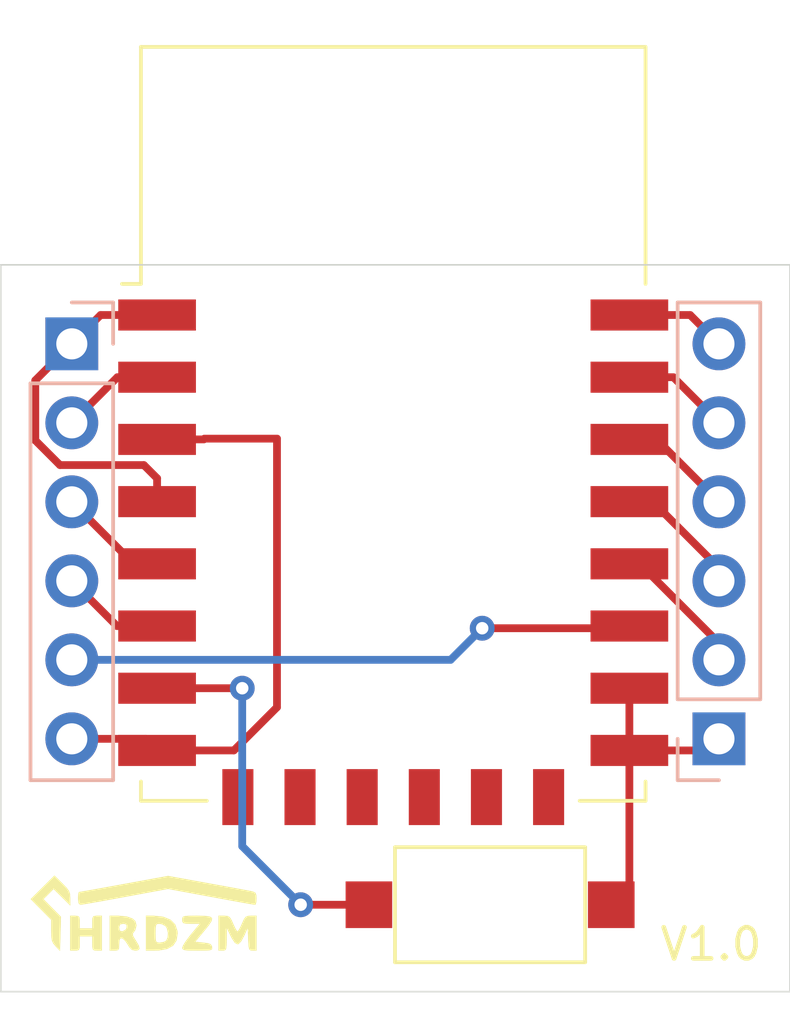
<source format=kicad_pcb>
(kicad_pcb (version 20171130) (host pcbnew "(5.1.9)-1")

  (general
    (thickness 1.6)
    (drawings 5)
    (tracks 53)
    (zones 0)
    (modules 5)
    (nets 20)
  )

  (page A4)
  (title_block
    (date 2021-03-16)
    (rev 1.0)
  )

  (layers
    (0 F.Cu signal)
    (31 B.Cu signal)
    (32 B.Adhes user)
    (33 F.Adhes user)
    (34 B.Paste user)
    (35 F.Paste user)
    (36 B.SilkS user)
    (37 F.SilkS user)
    (38 B.Mask user)
    (39 F.Mask user)
    (40 Dwgs.User user)
    (41 Cmts.User user)
    (42 Eco1.User user)
    (43 Eco2.User user)
    (44 Edge.Cuts user)
    (45 Margin user)
    (46 B.CrtYd user)
    (47 F.CrtYd user)
    (48 B.Fab user)
    (49 F.Fab user)
  )

  (setup
    (last_trace_width 0.25)
    (trace_clearance 0.2)
    (zone_clearance 0.508)
    (zone_45_only no)
    (trace_min 0.2)
    (via_size 0.8)
    (via_drill 0.4)
    (via_min_size 0.4)
    (via_min_drill 0.3)
    (uvia_size 0.3)
    (uvia_drill 0.1)
    (uvias_allowed no)
    (uvia_min_size 0.2)
    (uvia_min_drill 0.1)
    (edge_width 0.05)
    (segment_width 0.2)
    (pcb_text_width 0.3)
    (pcb_text_size 1.5 1.5)
    (mod_edge_width 0.12)
    (mod_text_size 1 1)
    (mod_text_width 0.15)
    (pad_size 1.524 1.524)
    (pad_drill 0.762)
    (pad_to_mask_clearance 0)
    (aux_axis_origin 0 0)
    (visible_elements 7FFFFFFF)
    (pcbplotparams
      (layerselection 0x010fc_ffffffff)
      (usegerberextensions false)
      (usegerberattributes true)
      (usegerberadvancedattributes true)
      (creategerberjobfile true)
      (excludeedgelayer true)
      (linewidth 0.100000)
      (plotframeref false)
      (viasonmask false)
      (mode 1)
      (useauxorigin false)
      (hpglpennumber 1)
      (hpglpenspeed 20)
      (hpglpendiameter 15.000000)
      (psnegative false)
      (psa4output false)
      (plotreference true)
      (plotvalue true)
      (plotinvisibletext false)
      (padsonsilk false)
      (subtractmaskfromsilk false)
      (outputformat 1)
      (mirror false)
      (drillshape 0)
      (scaleselection 1)
      (outputdirectory "../Gerber/"))
  )

  (net 0 "")
  (net 1 "Net-(J1-Pad6)")
  (net 2 "Net-(J1-Pad5)")
  (net 3 "Net-(J1-Pad4)")
  (net 4 "Net-(J2-Pad2)")
  (net 5 "Net-(J2-Pad3)")
  (net 6 "Net-(J2-Pad5)")
  (net 7 "Net-(U1-Pad9)")
  (net 8 "Net-(U1-Pad10)")
  (net 9 "Net-(U1-Pad11)")
  (net 10 "Net-(U1-Pad12)")
  (net 11 "Net-(U1-Pad13)")
  (net 12 "Net-(U1-Pad14)")
  (net 13 "Net-(J1-Pad3)")
  (net 14 "Net-(SW1-Pad1)")
  (net 15 GND)
  (net 16 /RST)
  (net 17 /ADC)
  (net 18 /TX)
  (net 19 /RX)

  (net_class Default "This is the default net class."
    (clearance 0.2)
    (trace_width 0.25)
    (via_dia 0.8)
    (via_drill 0.4)
    (uvia_dia 0.3)
    (uvia_drill 0.1)
    (add_net /ADC)
    (add_net /RST)
    (add_net /RX)
    (add_net /TX)
    (add_net GND)
    (add_net "Net-(J1-Pad3)")
    (add_net "Net-(J1-Pad4)")
    (add_net "Net-(J1-Pad5)")
    (add_net "Net-(J1-Pad6)")
    (add_net "Net-(J2-Pad2)")
    (add_net "Net-(J2-Pad3)")
    (add_net "Net-(J2-Pad5)")
    (add_net "Net-(SW1-Pad1)")
    (add_net "Net-(U1-Pad10)")
    (add_net "Net-(U1-Pad11)")
    (add_net "Net-(U1-Pad12)")
    (add_net "Net-(U1-Pad13)")
    (add_net "Net-(U1-Pad14)")
    (add_net "Net-(U1-Pad9)")
  )

  (module SHRDZM:SHRDZM (layer F.Cu) (tedit 0) (tstamp 6051BD36)
    (at 68.072 153.416)
    (fp_text reference G*** (at 0 0) (layer F.SilkS) hide
      (effects (font (size 1.524 1.524) (thickness 0.3)))
    )
    (fp_text value LOGO (at 0.75 0) (layer F.SilkS) hide
      (effects (font (size 1.524 1.524) (thickness 0.3)))
    )
    (fp_poly (pts (xy -2.591123 -0.940118) (xy -2.455007 -0.79959) (xy -2.378395 -0.694727) (xy -2.344568 -0.594022)
      (xy -2.336806 -0.465965) (xy -2.3368 -0.460846) (xy -2.3368 -0.232071) (xy -2.604786 -0.496728)
      (xy -2.872771 -0.761384) (xy -3.199907 -0.434248) (xy -2.637973 0.133612) (xy -2.652487 0.679931)
      (xy -2.667 1.226251) (xy -2.8067 1.080246) (xy -2.882182 0.99018) (xy -2.92436 0.896805)
      (xy -2.94263 0.766659) (xy -2.9464 0.582695) (xy -2.9464 0.231149) (xy -3.276599 -0.101599)
      (xy -3.606797 -0.434347) (xy -3.226121 -0.812482) (xy -2.845446 -1.190616) (xy -2.591123 -0.940118)) (layer F.SilkS) (width 0.01))
    (fp_poly (pts (xy -2.08668 0.109624) (xy -2.04324 0.153107) (xy -2.032241 0.261166) (xy -2.032 0.3048)
      (xy -2.032 0.508) (xy -1.6256 0.508) (xy -1.6256 0.3048) (xy -1.619582 0.174506)
      (xy -1.58697 0.116585) (xy -1.505925 0.10192) (xy -1.4732 0.1016) (xy -1.3208 0.1016)
      (xy -1.3208 1.2192) (xy -1.4732 1.2192) (xy -1.566914 1.212573) (xy -1.611299 1.174311)
      (xy -1.624739 1.076841) (xy -1.6256 0.9906) (xy -1.6256 0.762) (xy -2.032 0.762)
      (xy -2.032 0.9906) (xy -2.036418 1.131169) (xy -2.061926 1.197748) (xy -2.126906 1.217907)
      (xy -2.1844 1.2192) (xy -2.3368 1.2192) (xy -2.3368 0.1016) (xy -2.1844 0.1016)
      (xy -2.08668 0.109624)) (layer F.SilkS) (width 0.01))
    (fp_poly (pts (xy -0.516657 0.12549) (xy -0.32693 0.195292) (xy -0.242078 0.274304) (xy -0.205365 0.410672)
      (xy -0.243565 0.557912) (xy -0.2819 0.612361) (xy -0.324846 0.674647) (xy -0.320294 0.740702)
      (xy -0.262176 0.843707) (xy -0.2311 0.89015) (xy -0.133152 1.054429) (xy -0.108363 1.157451)
      (xy -0.157029 1.208765) (xy -0.2413 1.219062) (xy -0.348615 1.195998) (xy -0.433877 1.111243)
      (xy -0.4826 1.029162) (xy -0.56601 0.906473) (xy -0.6507 0.830965) (xy -0.6731 0.822374)
      (xy -0.730748 0.829358) (xy -0.756755 0.895099) (xy -0.762 1.012275) (xy -0.767741 1.144108)
      (xy -0.79914 1.203315) (xy -0.877469 1.218775) (xy -0.9144 1.2192) (xy -1.0668 1.2192)
      (xy -1.0668 0.486133) (xy -0.762 0.486133) (xy -0.745417 0.581279) (xy -0.67847 0.603632)
      (xy -0.6477 0.600433) (xy -0.545001 0.542584) (xy -0.517167 0.4699) (xy -0.523981 0.384524)
      (xy -0.596473 0.356624) (xy -0.631467 0.3556) (xy -0.729698 0.375069) (xy -0.761037 0.453847)
      (xy -0.762 0.486133) (xy -1.0668 0.486133) (xy -1.0668 0.1016) (xy -0.784061 0.1016)
      (xy -0.516657 0.12549)) (layer F.SilkS) (width 0.01))
    (fp_poly (pts (xy 0.659073 0.134131) (xy 0.888837 0.229309) (xy 1.041708 0.383511) (xy 1.112869 0.593115)
      (xy 1.1176 0.67349) (xy 1.081996 0.897832) (xy 0.972495 1.060794) (xy 0.785062 1.165334)
      (xy 0.515663 1.214411) (xy 0.373419 1.2192) (xy 0.1016 1.2192) (xy 0.1016 0.657122)
      (xy 0.4064 0.657122) (xy 0.4064 0.6604) (xy 0.40865 0.829141) (xy 0.422848 0.920223)
      (xy 0.460164 0.957581) (xy 0.531769 0.965153) (xy 0.54864 0.9652) (xy 0.675569 0.944614)
      (xy 0.75184 0.904239) (xy 0.801573 0.795062) (xy 0.808511 0.643973) (xy 0.774639 0.500261)
      (xy 0.732971 0.435428) (xy 0.619611 0.371588) (xy 0.529771 0.3556) (xy 0.461363 0.362535)
      (xy 0.424425 0.399221) (xy 0.409318 0.489477) (xy 0.4064 0.657122) (xy 0.1016 0.657122)
      (xy 0.1016 0.1016) (xy 0.357231 0.101599) (xy 0.659073 0.134131)) (layer F.SilkS) (width 0.01))
    (fp_poly (pts (xy 2.001008 0.106102) (xy 2.15727 0.127367) (xy 2.226073 0.177031) (xy 2.212104 0.266728)
      (xy 2.120052 0.408094) (xy 1.957246 0.6096) (xy 1.681621 0.9398) (xy 1.94571 0.9652)
      (xy 2.104112 0.986657) (xy 2.187213 1.020369) (xy 2.221309 1.079439) (xy 2.226033 1.1049)
      (xy 2.229168 1.157695) (xy 2.208204 1.191071) (xy 2.14485 1.209477) (xy 2.020814 1.217361)
      (xy 1.817805 1.219174) (xy 1.756133 1.2192) (xy 1.529585 1.217288) (xy 1.386174 1.209266)
      (xy 1.307468 1.1917) (xy 1.27504 1.161157) (xy 1.27 1.128645) (xy 1.301021 1.050191)
      (xy 1.383754 0.919165) (xy 1.502703 0.759192) (xy 1.553247 0.696845) (xy 1.836494 0.3556)
      (xy 1.553247 0.3556) (xy 1.391857 0.352406) (xy 1.307329 0.335443) (xy 1.274958 0.293634)
      (xy 1.27 0.2286) (xy 1.273351 0.169765) (xy 1.296092 0.132659) (xy 1.357255 0.112274)
      (xy 1.47587 0.103601) (xy 1.670967 0.101632) (xy 1.7526 0.1016) (xy 2.001008 0.106102)) (layer F.SilkS) (width 0.01))
    (fp_poly (pts (xy 2.726994 0.10915) (xy 2.79676 0.147616) (xy 2.855043 0.240723) (xy 2.905188 0.3556)
      (xy 2.969975 0.496368) (xy 3.024484 0.588604) (xy 3.048 0.6096) (xy 3.08646 0.566734)
      (xy 3.145825 0.456438) (xy 3.190811 0.3556) (xy 3.257453 0.208161) (xy 3.316237 0.132529)
      (xy 3.393892 0.10498) (xy 3.476984 0.1016) (xy 3.6576 0.1016) (xy 3.6576 1.2192)
      (xy 3.532825 1.2192) (xy 3.468241 1.21331) (xy 3.429647 1.181168) (xy 3.408808 1.101062)
      (xy 3.397489 0.95128) (xy 3.393125 0.8509) (xy 3.3782 0.4826) (xy 3.257644 0.7493)
      (xy 3.159498 0.929412) (xy 3.072172 1.010593) (xy 3.045104 1.016) (xy 2.959094 0.965833)
      (xy 2.860217 0.81601) (xy 2.826994 0.7493) (xy 2.700868 0.4826) (xy 2.696634 0.8509)
      (xy 2.692674 1.040742) (xy 2.681078 1.150741) (xy 2.654091 1.202652) (xy 2.603963 1.218233)
      (xy 2.5654 1.2192) (xy 2.4384 1.2192) (xy 2.4384 0.1016) (xy 2.619015 0.1016)
      (xy 2.726994 0.10915)) (layer F.SilkS) (width 0.01))
    (fp_poly (pts (xy 2.120227 -0.941317) (xy 2.477746 -0.876293) (xy 2.80686 -0.815963) (xy 3.092921 -0.763049)
      (xy 3.321278 -0.720275) (xy 3.477282 -0.690364) (xy 3.5433 -0.676792) (xy 3.619881 -0.6397)
      (xy 3.652395 -0.557064) (xy 3.6576 -0.451693) (xy 3.647435 -0.32648) (xy 3.622122 -0.258227)
      (xy 3.612945 -0.254) (xy 3.553106 -0.262904) (xy 3.406662 -0.28803) (xy 3.18689 -0.327001)
      (xy 2.907068 -0.377438) (xy 2.580472 -0.436965) (xy 2.220381 -0.503202) (xy 2.18895 -0.509011)
      (xy 0.809609 -0.764022) (xy -0.568352 -0.509011) (xy -0.931941 -0.442167) (xy -1.264511 -0.381871)
      (xy -1.552483 -0.330515) (xy -1.782277 -0.290497) (xy -1.940315 -0.264209) (xy -2.013015 -0.254046)
      (xy -2.014557 -0.254) (xy -2.064605 -0.300983) (xy -2.082715 -0.442951) (xy -2.0828 -0.4572)
      (xy -2.076362 -0.584499) (xy -2.060281 -0.655251) (xy -2.0538 -0.6604) (xy -1.998237 -0.669183)
      (xy -1.855643 -0.693993) (xy -1.638919 -0.73252) (xy -1.360967 -0.782455) (xy -1.034688 -0.841489)
      (xy -0.672984 -0.907313) (xy -0.606673 -0.919419) (xy 0.811454 -1.178436) (xy 2.120227 -0.941317)) (layer F.SilkS) (width 0.01))
  )

  (module Connector_PinHeader_2.54mm:PinHeader_1x06_P2.54mm_Vertical (layer B.Cu) (tedit 59FED5CC) (tstamp 60514E6F)
    (at 65.786 135.128 180)
    (descr "Through hole straight pin header, 1x06, 2.54mm pitch, single row")
    (tags "Through hole pin header THT 1x06 2.54mm single row")
    (path /605723C5)
    (fp_text reference J1 (at 3.302 2.032) (layer B.SilkS) hide
      (effects (font (size 1 1) (thickness 0.15)) (justify mirror))
    )
    (fp_text value Conn_01x06_Male (at 3.048 -6.096 90) (layer B.Fab) hide
      (effects (font (size 1 1) (thickness 0.15)) (justify mirror))
    )
    (fp_line (start 1.8 1.8) (end -1.8 1.8) (layer B.CrtYd) (width 0.05))
    (fp_line (start 1.8 -14.5) (end 1.8 1.8) (layer B.CrtYd) (width 0.05))
    (fp_line (start -1.8 -14.5) (end 1.8 -14.5) (layer B.CrtYd) (width 0.05))
    (fp_line (start -1.8 1.8) (end -1.8 -14.5) (layer B.CrtYd) (width 0.05))
    (fp_line (start -1.33 1.33) (end 0 1.33) (layer B.SilkS) (width 0.12))
    (fp_line (start -1.33 0) (end -1.33 1.33) (layer B.SilkS) (width 0.12))
    (fp_line (start -1.33 -1.27) (end 1.33 -1.27) (layer B.SilkS) (width 0.12))
    (fp_line (start 1.33 -1.27) (end 1.33 -14.03) (layer B.SilkS) (width 0.12))
    (fp_line (start -1.33 -1.27) (end -1.33 -14.03) (layer B.SilkS) (width 0.12))
    (fp_line (start -1.33 -14.03) (end 1.33 -14.03) (layer B.SilkS) (width 0.12))
    (fp_line (start -1.27 0.635) (end -0.635 1.27) (layer B.Fab) (width 0.1))
    (fp_line (start -1.27 -13.97) (end -1.27 0.635) (layer B.Fab) (width 0.1))
    (fp_line (start 1.27 -13.97) (end -1.27 -13.97) (layer B.Fab) (width 0.1))
    (fp_line (start 1.27 1.27) (end 1.27 -13.97) (layer B.Fab) (width 0.1))
    (fp_line (start -0.635 1.27) (end 1.27 1.27) (layer B.Fab) (width 0.1))
    (fp_text user %R (at 0 -6.35 270) (layer B.Fab)
      (effects (font (size 1 1) (thickness 0.15)) (justify mirror))
    )
    (pad 1 thru_hole rect (at 0 0 180) (size 1.7 1.7) (drill 1) (layers *.Cu *.Mask)
      (net 16 /RST))
    (pad 2 thru_hole oval (at 0 -2.54 180) (size 1.7 1.7) (drill 1) (layers *.Cu *.Mask)
      (net 17 /ADC))
    (pad 3 thru_hole oval (at 0 -5.08 180) (size 1.7 1.7) (drill 1) (layers *.Cu *.Mask)
      (net 13 "Net-(J1-Pad3)"))
    (pad 4 thru_hole oval (at 0 -7.62 180) (size 1.7 1.7) (drill 1) (layers *.Cu *.Mask)
      (net 3 "Net-(J1-Pad4)"))
    (pad 5 thru_hole oval (at 0 -10.16 180) (size 1.7 1.7) (drill 1) (layers *.Cu *.Mask)
      (net 2 "Net-(J1-Pad5)"))
    (pad 6 thru_hole oval (at 0 -12.7 180) (size 1.7 1.7) (drill 1) (layers *.Cu *.Mask)
      (net 1 "Net-(J1-Pad6)"))
    (model ${KISYS3DMOD}/Connector_PinHeader_2.54mm.3dshapes/PinHeader_1x06_P2.54mm_Vertical.wrl
      (at (xyz 0 0 0))
      (scale (xyz 1 1 1))
      (rotate (xyz 0 0 0))
    )
  )

  (module Connector_PinHeader_2.54mm:PinHeader_1x06_P2.54mm_Vertical (layer B.Cu) (tedit 59FED5CC) (tstamp 60514E89)
    (at 86.614 147.828)
    (descr "Through hole straight pin header, 1x06, 2.54mm pitch, single row")
    (tags "Through hole pin header THT 1x06 2.54mm single row")
    (path /605786DD)
    (fp_text reference J2 (at 0 2.33) (layer B.SilkS) hide
      (effects (font (size 1 1) (thickness 0.15)) (justify mirror))
    )
    (fp_text value Conn_01x06_Male (at 3.048 -6.604 90) (layer B.Fab) hide
      (effects (font (size 1 1) (thickness 0.15)) (justify mirror))
    )
    (fp_line (start -0.635 1.27) (end 1.27 1.27) (layer B.Fab) (width 0.1))
    (fp_line (start 1.27 1.27) (end 1.27 -13.97) (layer B.Fab) (width 0.1))
    (fp_line (start 1.27 -13.97) (end -1.27 -13.97) (layer B.Fab) (width 0.1))
    (fp_line (start -1.27 -13.97) (end -1.27 0.635) (layer B.Fab) (width 0.1))
    (fp_line (start -1.27 0.635) (end -0.635 1.27) (layer B.Fab) (width 0.1))
    (fp_line (start -1.33 -14.03) (end 1.33 -14.03) (layer B.SilkS) (width 0.12))
    (fp_line (start -1.33 -1.27) (end -1.33 -14.03) (layer B.SilkS) (width 0.12))
    (fp_line (start 1.33 -1.27) (end 1.33 -14.03) (layer B.SilkS) (width 0.12))
    (fp_line (start -1.33 -1.27) (end 1.33 -1.27) (layer B.SilkS) (width 0.12))
    (fp_line (start -1.33 0) (end -1.33 1.33) (layer B.SilkS) (width 0.12))
    (fp_line (start -1.33 1.33) (end 0 1.33) (layer B.SilkS) (width 0.12))
    (fp_line (start -1.8 1.8) (end -1.8 -14.5) (layer B.CrtYd) (width 0.05))
    (fp_line (start -1.8 -14.5) (end 1.8 -14.5) (layer B.CrtYd) (width 0.05))
    (fp_line (start 1.8 -14.5) (end 1.8 1.8) (layer B.CrtYd) (width 0.05))
    (fp_line (start 1.8 1.8) (end -1.8 1.8) (layer B.CrtYd) (width 0.05))
    (fp_text user %R (at 0 -6.35 -90) (layer B.Fab)
      (effects (font (size 1 1) (thickness 0.15)) (justify mirror))
    )
    (pad 6 thru_hole oval (at 0 -12.7) (size 1.7 1.7) (drill 1) (layers *.Cu *.Mask)
      (net 18 /TX))
    (pad 5 thru_hole oval (at 0 -10.16) (size 1.7 1.7) (drill 1) (layers *.Cu *.Mask)
      (net 6 "Net-(J2-Pad5)"))
    (pad 4 thru_hole oval (at 0 -7.62) (size 1.7 1.7) (drill 1) (layers *.Cu *.Mask)
      (net 19 /RX))
    (pad 3 thru_hole oval (at 0 -5.08) (size 1.7 1.7) (drill 1) (layers *.Cu *.Mask)
      (net 5 "Net-(J2-Pad3)"))
    (pad 2 thru_hole oval (at 0 -2.54) (size 1.7 1.7) (drill 1) (layers *.Cu *.Mask)
      (net 4 "Net-(J2-Pad2)"))
    (pad 1 thru_hole rect (at 0 0) (size 1.7 1.7) (drill 1) (layers *.Cu *.Mask)
      (net 15 GND))
    (model ${KISYS3DMOD}/Connector_PinHeader_2.54mm.3dshapes/PinHeader_1x06_P2.54mm_Vertical.wrl
      (at (xyz 0 0 0))
      (scale (xyz 1 1 1))
      (rotate (xyz 0 0 0))
    )
  )

  (module Button_Switch_SMD:SW_SPST_CK_RS282G05A3 (layer F.Cu) (tedit 5A7A67D2) (tstamp 60514EA4)
    (at 79.248 153.162)
    (descr https://www.mouser.com/ds/2/60/RS-282G05A-SM_RT-1159762.pdf)
    (tags "SPST button tactile switch")
    (path /6053160F)
    (attr smd)
    (fp_text reference SW1 (at 6.858 -0.254) (layer F.SilkS) hide
      (effects (font (size 1 1) (thickness 0.15)))
    )
    (fp_text value SW_Push (at 0 3) (layer F.Fab)
      (effects (font (size 1 1) (thickness 0.15)))
    )
    (fp_line (start 3 -1.8) (end 3 1.8) (layer F.Fab) (width 0.1))
    (fp_line (start -3 -1.8) (end -3 1.8) (layer F.Fab) (width 0.1))
    (fp_line (start -3 -1.8) (end 3 -1.8) (layer F.Fab) (width 0.1))
    (fp_line (start -3 1.8) (end 3 1.8) (layer F.Fab) (width 0.1))
    (fp_line (start -1.5 -0.8) (end -1.5 0.8) (layer F.Fab) (width 0.1))
    (fp_line (start 1.5 -0.8) (end 1.5 0.8) (layer F.Fab) (width 0.1))
    (fp_line (start -1.5 -0.8) (end 1.5 -0.8) (layer F.Fab) (width 0.1))
    (fp_line (start -1.5 0.8) (end 1.5 0.8) (layer F.Fab) (width 0.1))
    (fp_line (start -3.06 1.85) (end -3.06 -1.85) (layer F.SilkS) (width 0.12))
    (fp_line (start 3.06 1.85) (end -3.06 1.85) (layer F.SilkS) (width 0.12))
    (fp_line (start 3.06 -1.85) (end 3.06 1.85) (layer F.SilkS) (width 0.12))
    (fp_line (start -3.06 -1.85) (end 3.06 -1.85) (layer F.SilkS) (width 0.12))
    (fp_line (start -1.75 1) (end -1.75 -1) (layer F.Fab) (width 0.1))
    (fp_line (start 1.75 1) (end -1.75 1) (layer F.Fab) (width 0.1))
    (fp_line (start 1.75 -1) (end 1.75 1) (layer F.Fab) (width 0.1))
    (fp_line (start -1.75 -1) (end 1.75 -1) (layer F.Fab) (width 0.1))
    (fp_line (start -4.9 -2.05) (end 4.9 -2.05) (layer F.CrtYd) (width 0.05))
    (fp_line (start 4.9 -2.05) (end 4.9 2.05) (layer F.CrtYd) (width 0.05))
    (fp_line (start 4.9 2.05) (end -4.9 2.05) (layer F.CrtYd) (width 0.05))
    (fp_line (start -4.9 2.05) (end -4.9 -2.05) (layer F.CrtYd) (width 0.05))
    (fp_text user %R (at 6.858 -0.254) (layer F.Fab) hide
      (effects (font (size 1 1) (thickness 0.15)))
    )
    (pad 1 smd rect (at -3.9 0) (size 1.5 1.5) (layers F.Cu F.Paste F.Mask)
      (net 14 "Net-(SW1-Pad1)"))
    (pad 2 smd rect (at 3.9 0) (size 1.5 1.5) (layers F.Cu F.Paste F.Mask)
      (net 15 GND))
    (model ${KISYS3DMOD}/Button_Switch_SMD.3dshapes/SW_SPST_CK_RS282G05A3.wrl
      (at (xyz 0 0 0))
      (scale (xyz 1 1 1))
      (rotate (xyz 0 0 0))
    )
  )

  (module RF_Module:ESP-12E (layer F.Cu) (tedit 5A030172) (tstamp 60514EDF)
    (at 76.131001 137.701001)
    (descr "Wi-Fi Module, http://wiki.ai-thinker.com/_media/esp8266/docs/aithinker_esp_12f_datasheet_en.pdf")
    (tags "Wi-Fi Module")
    (path /6050699E)
    (attr smd)
    (fp_text reference U1 (at -10.56 -5.26) (layer F.SilkS) hide
      (effects (font (size 1 1) (thickness 0.15)))
    )
    (fp_text value ESP-12F (at -0.06 -12.78) (layer F.Fab)
      (effects (font (size 1 1) (thickness 0.15)))
    )
    (fp_line (start 5.56 -4.8) (end 8.12 -7.36) (layer Dwgs.User) (width 0.12))
    (fp_line (start 2.56 -4.8) (end 8.12 -10.36) (layer Dwgs.User) (width 0.12))
    (fp_line (start -0.44 -4.8) (end 6.88 -12.12) (layer Dwgs.User) (width 0.12))
    (fp_line (start -3.44 -4.8) (end 3.88 -12.12) (layer Dwgs.User) (width 0.12))
    (fp_line (start -6.44 -4.8) (end 0.88 -12.12) (layer Dwgs.User) (width 0.12))
    (fp_line (start -8.12 -6.12) (end -2.12 -12.12) (layer Dwgs.User) (width 0.12))
    (fp_line (start -8.12 -9.12) (end -5.12 -12.12) (layer Dwgs.User) (width 0.12))
    (fp_line (start -8.12 -4.8) (end -8.12 -12.12) (layer Dwgs.User) (width 0.12))
    (fp_line (start 8.12 -4.8) (end -8.12 -4.8) (layer Dwgs.User) (width 0.12))
    (fp_line (start 8.12 -12.12) (end 8.12 -4.8) (layer Dwgs.User) (width 0.12))
    (fp_line (start -8.12 -12.12) (end 8.12 -12.12) (layer Dwgs.User) (width 0.12))
    (fp_line (start -8.12 -4.5) (end -8.73 -4.5) (layer F.SilkS) (width 0.12))
    (fp_line (start -8.12 -4.5) (end -8.12 -12.12) (layer F.SilkS) (width 0.12))
    (fp_line (start -8.12 12.12) (end -8.12 11.5) (layer F.SilkS) (width 0.12))
    (fp_line (start -6 12.12) (end -8.12 12.12) (layer F.SilkS) (width 0.12))
    (fp_line (start 8.12 12.12) (end 6 12.12) (layer F.SilkS) (width 0.12))
    (fp_line (start 8.12 11.5) (end 8.12 12.12) (layer F.SilkS) (width 0.12))
    (fp_line (start 8.12 -12.12) (end 8.12 -4.5) (layer F.SilkS) (width 0.12))
    (fp_line (start -8.12 -12.12) (end 8.12 -12.12) (layer F.SilkS) (width 0.12))
    (fp_line (start -9.05 13.1) (end -9.05 -12.2) (layer F.CrtYd) (width 0.05))
    (fp_line (start 9.05 13.1) (end -9.05 13.1) (layer F.CrtYd) (width 0.05))
    (fp_line (start 9.05 -12.2) (end 9.05 13.1) (layer F.CrtYd) (width 0.05))
    (fp_line (start -9.05 -12.2) (end 9.05 -12.2) (layer F.CrtYd) (width 0.05))
    (fp_line (start -8 -4) (end -8 -12) (layer F.Fab) (width 0.12))
    (fp_line (start -7.5 -3.5) (end -8 -4) (layer F.Fab) (width 0.12))
    (fp_line (start -8 -3) (end -7.5 -3.5) (layer F.Fab) (width 0.12))
    (fp_line (start -8 12) (end -8 -3) (layer F.Fab) (width 0.12))
    (fp_line (start 8 12) (end -8 12) (layer F.Fab) (width 0.12))
    (fp_line (start 8 -12) (end 8 12) (layer F.Fab) (width 0.12))
    (fp_line (start -8 -12) (end 8 -12) (layer F.Fab) (width 0.12))
    (fp_text user Antenna (at -0.06 -7 180) (layer Cmts.User)
      (effects (font (size 1 1) (thickness 0.15)))
    )
    (fp_text user "KEEP-OUT ZONE" (at 0.03 -9.55 180) (layer Cmts.User)
      (effects (font (size 1 1) (thickness 0.15)))
    )
    (fp_text user %R (at 0.49 -0.8) (layer F.Fab) hide
      (effects (font (size 1 1) (thickness 0.15)))
    )
    (pad 1 smd rect (at -7.6 -3.5) (size 2.5 1) (layers F.Cu F.Paste F.Mask)
      (net 16 /RST))
    (pad 2 smd rect (at -7.6 -1.5) (size 2.5 1) (layers F.Cu F.Paste F.Mask)
      (net 17 /ADC))
    (pad 3 smd rect (at -7.6 0.5) (size 2.5 1) (layers F.Cu F.Paste F.Mask)
      (net 1 "Net-(J1-Pad6)"))
    (pad 4 smd rect (at -7.6 2.5) (size 2.5 1) (layers F.Cu F.Paste F.Mask)
      (net 16 /RST))
    (pad 5 smd rect (at -7.6 4.5) (size 2.5 1) (layers F.Cu F.Paste F.Mask)
      (net 13 "Net-(J1-Pad3)"))
    (pad 6 smd rect (at -7.6 6.5) (size 2.5 1) (layers F.Cu F.Paste F.Mask)
      (net 3 "Net-(J1-Pad4)"))
    (pad 7 smd rect (at -7.6 8.5) (size 2.5 1) (layers F.Cu F.Paste F.Mask)
      (net 14 "Net-(SW1-Pad1)"))
    (pad 8 smd rect (at -7.6 10.5) (size 2.5 1) (layers F.Cu F.Paste F.Mask)
      (net 1 "Net-(J1-Pad6)"))
    (pad 9 smd rect (at -5 12) (size 1 1.8) (layers F.Cu F.Paste F.Mask)
      (net 7 "Net-(U1-Pad9)"))
    (pad 10 smd rect (at -3 12) (size 1 1.8) (layers F.Cu F.Paste F.Mask)
      (net 8 "Net-(U1-Pad10)"))
    (pad 11 smd rect (at -1 12) (size 1 1.8) (layers F.Cu F.Paste F.Mask)
      (net 9 "Net-(U1-Pad11)"))
    (pad 12 smd rect (at 1 12) (size 1 1.8) (layers F.Cu F.Paste F.Mask)
      (net 10 "Net-(U1-Pad12)"))
    (pad 13 smd rect (at 3 12) (size 1 1.8) (layers F.Cu F.Paste F.Mask)
      (net 11 "Net-(U1-Pad13)"))
    (pad 14 smd rect (at 5 12) (size 1 1.8) (layers F.Cu F.Paste F.Mask)
      (net 12 "Net-(U1-Pad14)"))
    (pad 15 smd rect (at 7.6 10.5) (size 2.5 1) (layers F.Cu F.Paste F.Mask)
      (net 15 GND))
    (pad 16 smd rect (at 7.6 8.5) (size 2.5 1) (layers F.Cu F.Paste F.Mask)
      (net 15 GND))
    (pad 17 smd rect (at 7.6 6.5) (size 2.5 1) (layers F.Cu F.Paste F.Mask)
      (net 2 "Net-(J1-Pad5)"))
    (pad 18 smd rect (at 7.6 4.5) (size 2.5 1) (layers F.Cu F.Paste F.Mask)
      (net 4 "Net-(J2-Pad2)"))
    (pad 19 smd rect (at 7.6 2.5) (size 2.5 1) (layers F.Cu F.Paste F.Mask)
      (net 5 "Net-(J2-Pad3)"))
    (pad 20 smd rect (at 7.6 0.5) (size 2.5 1) (layers F.Cu F.Paste F.Mask)
      (net 19 /RX))
    (pad 21 smd rect (at 7.6 -1.5) (size 2.5 1) (layers F.Cu F.Paste F.Mask)
      (net 6 "Net-(J2-Pad5)"))
    (pad 22 smd rect (at 7.6 -3.5) (size 2.5 1) (layers F.Cu F.Paste F.Mask)
      (net 18 /TX))
    (model ${KISYS3DMOD}/RF_Module.3dshapes/ESP-12E.wrl
      (at (xyz 0 0 0))
      (scale (xyz 1 1 1))
      (rotate (xyz 0 0 0))
    )
  )

  (gr_text V1.0 (at 86.36 154.432) (layer F.SilkS)
    (effects (font (size 1 1) (thickness 0.15)))
  )
  (gr_line (start 63.5 155.956) (end 63.5 132.588) (layer Edge.Cuts) (width 0.05) (tstamp 605153D0))
  (gr_line (start 88.9 155.956) (end 63.5 155.956) (layer Edge.Cuts) (width 0.05))
  (gr_line (start 88.9 132.588) (end 88.9 155.956) (layer Edge.Cuts) (width 0.05))
  (gr_line (start 63.5 132.588) (end 88.9 132.588) (layer Edge.Cuts) (width 0.05))

  (segment (start 68.158 147.828) (end 68.531001 148.201001) (width 0.25) (layer F.Cu) (net 1))
  (segment (start 65.786 147.828) (end 68.158 147.828) (width 0.25) (layer F.Cu) (net 1))
  (segment (start 70.031001 138.201001) (end 70.056002 138.176) (width 0.25) (layer F.Cu) (net 1))
  (segment (start 68.531001 138.201001) (end 70.031001 138.201001) (width 0.25) (layer F.Cu) (net 1))
  (segment (start 70.056002 138.176) (end 72.39 138.176) (width 0.25) (layer F.Cu) (net 1))
  (segment (start 72.39 138.176) (end 72.39 146.812) (width 0.25) (layer F.Cu) (net 1))
  (segment (start 71.000999 148.201001) (end 68.531001 148.201001) (width 0.25) (layer F.Cu) (net 1))
  (segment (start 72.39 146.812) (end 71.000999 148.201001) (width 0.25) (layer F.Cu) (net 1))
  (segment (start 65.786 145.288) (end 77.978 145.288) (width 0.25) (layer B.Cu) (net 2))
  (segment (start 77.978 145.288) (end 78.994 144.272) (width 0.25) (layer B.Cu) (net 2))
  (segment (start 78.994 144.272) (end 78.994 144.272) (width 0.25) (layer B.Cu) (net 2) (tstamp 605151D5))
  (via (at 78.994 144.272) (size 0.8) (drill 0.4) (layers F.Cu B.Cu) (net 2))
  (segment (start 83.660002 144.272) (end 83.731001 144.201001) (width 0.25) (layer F.Cu) (net 2))
  (segment (start 78.994 144.272) (end 83.660002 144.272) (width 0.25) (layer F.Cu) (net 2))
  (segment (start 67.239001 144.201001) (end 68.531001 144.201001) (width 0.25) (layer F.Cu) (net 3))
  (segment (start 65.786 142.748) (end 67.239001 144.201001) (width 0.25) (layer F.Cu) (net 3))
  (segment (start 86.614 144.748998) (end 86.614 145.288) (width 0.25) (layer F.Cu) (net 4))
  (segment (start 84.066003 142.201001) (end 86.614 144.748998) (width 0.25) (layer F.Cu) (net 4))
  (segment (start 83.731001 142.201001) (end 84.066003 142.201001) (width 0.25) (layer F.Cu) (net 4))
  (segment (start 86.614 142.334) (end 86.614 142.748) (width 0.25) (layer F.Cu) (net 5))
  (segment (start 84.481001 140.201001) (end 86.614 142.334) (width 0.25) (layer F.Cu) (net 5))
  (segment (start 83.731001 140.201001) (end 84.481001 140.201001) (width 0.25) (layer F.Cu) (net 5))
  (segment (start 85.147001 136.201001) (end 86.614 137.668) (width 0.25) (layer F.Cu) (net 6))
  (segment (start 83.731001 136.201001) (end 85.147001 136.201001) (width 0.25) (layer F.Cu) (net 6))
  (segment (start 67.779001 142.201001) (end 68.531001 142.201001) (width 0.25) (layer F.Cu) (net 13))
  (segment (start 65.786 140.208) (end 67.779001 142.201001) (width 0.25) (layer F.Cu) (net 13))
  (segment (start 68.531001 146.201001) (end 71.271001 146.201001) (width 0.25) (layer F.Cu) (net 14))
  (segment (start 71.271001 146.201001) (end 71.271001 146.201001) (width 0.25) (layer F.Cu) (net 14) (tstamp 605151D1))
  (via (at 71.271001 146.201001) (size 0.8) (drill 0.4) (layers F.Cu B.Cu) (net 14))
  (segment (start 75.348 153.162) (end 73.152 153.162) (width 0.25) (layer F.Cu) (net 14))
  (segment (start 73.152 153.162) (end 73.152 153.162) (width 0.25) (layer F.Cu) (net 14) (tstamp 605151D3))
  (via (at 73.152 153.162) (size 0.8) (drill 0.4) (layers F.Cu B.Cu) (net 14))
  (segment (start 71.271001 151.281001) (end 73.152 153.162) (width 0.25) (layer B.Cu) (net 14))
  (segment (start 71.271001 146.201001) (end 71.271001 151.281001) (width 0.25) (layer B.Cu) (net 14))
  (segment (start 83.731001 146.201001) (end 83.731001 148.201001) (width 0.25) (layer F.Cu) (net 15))
  (segment (start 86.240999 148.201001) (end 86.614 147.828) (width 0.25) (layer F.Cu) (net 15))
  (segment (start 83.731001 148.201001) (end 86.240999 148.201001) (width 0.25) (layer F.Cu) (net 15))
  (segment (start 83.731001 152.578999) (end 83.148 153.162) (width 0.25) (layer F.Cu) (net 15))
  (segment (start 83.731001 148.201001) (end 83.731001 152.578999) (width 0.25) (layer F.Cu) (net 15))
  (segment (start 66.712999 134.201001) (end 65.786 135.128) (width 0.25) (layer F.Cu) (net 16))
  (segment (start 68.531001 134.201001) (end 66.712999 134.201001) (width 0.25) (layer F.Cu) (net 16))
  (segment (start 64.610999 136.303001) (end 65.786 135.128) (width 0.25) (layer F.Cu) (net 16))
  (segment (start 64.610999 138.232001) (end 64.610999 136.303001) (width 0.25) (layer F.Cu) (net 16))
  (segment (start 65.405 139.026002) (end 64.610999 138.232001) (width 0.25) (layer F.Cu) (net 16))
  (segment (start 68.106002 139.026002) (end 65.405 139.026002) (width 0.25) (layer F.Cu) (net 16))
  (segment (start 68.531001 139.451001) (end 68.106002 139.026002) (width 0.25) (layer F.Cu) (net 16))
  (segment (start 68.531001 140.201001) (end 68.531001 139.451001) (width 0.25) (layer F.Cu) (net 16))
  (segment (start 67.252999 136.201001) (end 65.786 137.668) (width 0.25) (layer F.Cu) (net 17))
  (segment (start 68.531001 136.201001) (end 67.252999 136.201001) (width 0.25) (layer F.Cu) (net 17))
  (segment (start 85.687001 134.201001) (end 86.614 135.128) (width 0.25) (layer F.Cu) (net 18))
  (segment (start 83.731001 134.201001) (end 85.687001 134.201001) (width 0.25) (layer F.Cu) (net 18))
  (segment (start 84.607001 138.201001) (end 86.614 140.208) (width 0.25) (layer F.Cu) (net 19))
  (segment (start 83.731001 138.201001) (end 84.607001 138.201001) (width 0.25) (layer F.Cu) (net 19))

)

</source>
